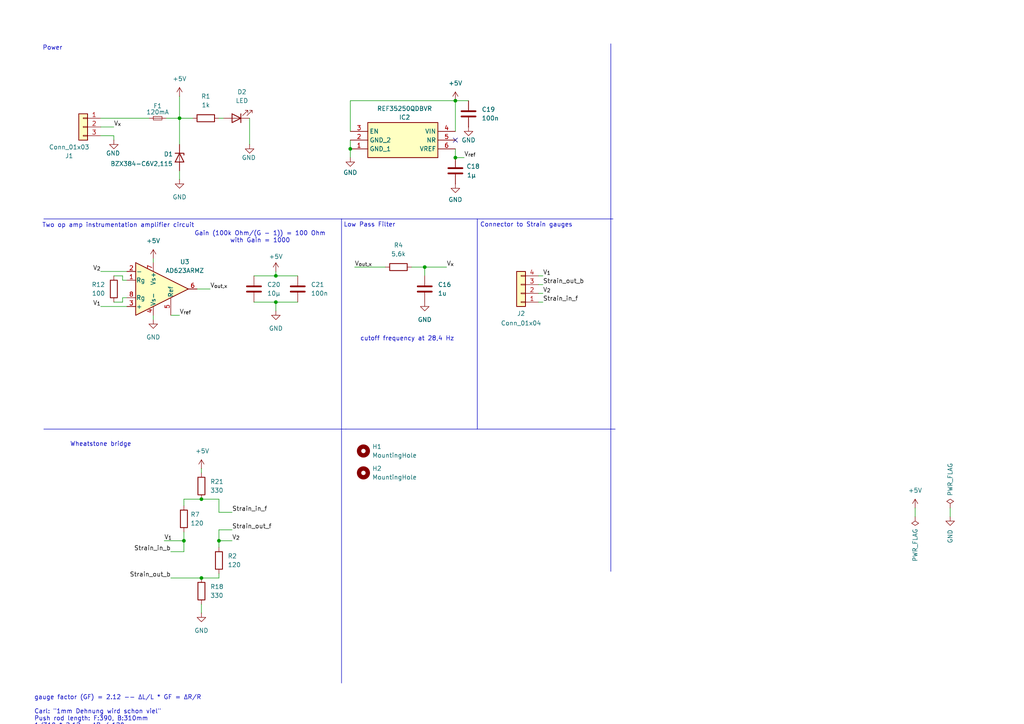
<source format=kicad_sch>
(kicad_sch (version 20231120) (generator "eeschema") (generator_version "8.0")
  (paper "A4")
  (lib_symbols
    (symbol "Amplifier_Instrumentation:AD623ARMZ" (pin_names (offset 0.127))
      (property "Reference" "U" (at 3.556 7.366 0))
      (property "Value" "AD623ARMZ" (at 7.112 5.334 0))
      (symbol "AD623ARMZ_0_1"
        (polyline (pts (xy -5.08 7.62) (xy -5.08 -7.62) (xy 10.16 0) (xy -5.08 7.62)) (stroke (width 0.254)) (fill (type background)))
      )
      (symbol "AD623ARMZ_1_1"
        (pin passive line (at -7.62 2.54 0) (length 2.54) (name "Rg") (number "1"))
        (pin input line (at -7.62 5.08 0) (length 2.54) (name "-") (number "2"))
        (pin input line (at -7.62 -5.08 0) (length 2.54) (name "+") (number "3"))
        (pin power_in line (at 0 -7.62 90) (length 2.54) (name "Vs-") (number "4"))
        (pin passive line (at 5.08 -7.62 90) (length 5.08) (name "Ref") (number "5"))
        (pin output line (at 12.7 0 180) (length 2.54) (name "~") (number "6"))
        (pin power_in line (at 0 7.62 270) (length 2.54) (name "Vs+") (number "7"))
        (pin passive line (at -7.62 -2.54 0) (length 2.54) (name "Rg") (number "8"))
      )
    )
    (symbol "Connector_Generic:Conn_01x03" (pin_names (offset 1.016) hide)
      (property "Reference" "J" (at 0 5.08 0))
      (property "Value" "Conn_01x03" (at 0 -5.08 0))
      (symbol "Conn_01x03_1_1"
        (rectangle (start -1.27 -2.413) (end 0 -2.667) (stroke (width 0.1524)))
        (rectangle (start -1.27 0.127) (end 0 -0.127) (stroke (width 0.1524)))
        (rectangle (start -1.27 2.667) (end 0 2.413) (stroke (width 0.1524)))
        (rectangle (start -1.27 3.81) (end 1.27 -3.81) (stroke (width 0.254)) (fill (type background)))
        (pin passive line (at -5.08 2.54 0) (length 3.81) (name "Pin_1") (number "1"))
        (pin passive line (at -5.08 0 0) (length 3.81) (name "Pin_2") (number "2"))
        (pin passive line (at -5.08 -2.54 0) (length 3.81) (name "Pin_3") (number "3"))
      )
    )
    (symbol "Connector_Generic:Conn_01x04" (pin_names (offset 1.016) hide)
      (property "Reference" "J" (at 0 5.08 0))
      (property "Value" "Conn_01x04" (at 0 -7.62 0))
      (symbol "Conn_01x04_1_1"
        (rectangle (start -1.27 -4.953) (end 0 -5.207) (stroke (width 0.1524)))
        (rectangle (start -1.27 -2.413) (end 0 -2.667) (stroke (width 0.1524)))
        (rectangle (start -1.27 0.127) (end 0 -0.127) (stroke (width 0.1524)))
        (rectangle (start -1.27 2.667) (end 0 2.413) (stroke (width 0.1524)))
        (rectangle (start -1.27 3.81) (end 1.27 -6.35) (stroke (width 0.254)) (fill (type background)))
        (pin passive line (at -5.08 2.54 0) (length 3.81) (name "Pin_1") (number "1"))
        (pin passive line (at -5.08 0 0) (length 3.81) (name "Pin_2") (number "2"))
        (pin passive line (at -5.08 -2.54 0) (length 3.81) (name "Pin_3") (number "3"))
        (pin passive line (at -5.08 -5.08 0) (length 3.81) (name "Pin_4") (number "4"))
      )
    )
    (symbol "Device:C" (pin_numbers hide) (pin_names (offset 0.254))
      (property "Reference" "C" (at 0.635 2.54 0))
      (property "Value" "C" (at 0.635 -2.54 0))
      (symbol "C_0_1"
        (polyline (pts (xy -2.032 -0.762) (xy 2.032 -0.762)) (stroke (width 0.508)))
        (polyline (pts (xy -2.032 0.762) (xy 2.032 0.762)) (stroke (width 0.508)))
      )
      (symbol "C_1_1"
        (pin passive line (at 0 3.81 270) (length 2.794) (name "~") (number "1"))
        (pin passive line (at 0 -3.81 90) (length 2.794) (name "~") (number "2"))
      )
    )
    (symbol "Device:D_Zener" (pin_numbers hide) (pin_names (offset 1.016) hide)
      (property "Reference" "D" (at 0 2.54 0))
      (property "Value" "D_Zener" (at 0 -2.54 0))
      (symbol "D_Zener_0_1"
        (polyline (pts (xy 1.27 0) (xy -1.27 0)))
        (polyline (pts (xy -1.27 -1.27) (xy -1.27 1.27) (xy -0.762 1.27)) (stroke (width 0.254)))
        (polyline (pts (xy 1.27 -1.27) (xy 1.27 1.27) (xy -1.27 0) (xy 1.27 -1.27)) (stroke (width 0.254)))
      )
      (symbol "D_Zener_1_1"
        (pin passive line (at -3.81 0 0) (length 2.54) (name "K") (number "1"))
        (pin passive line (at 3.81 0 180) (length 2.54) (name "A") (number "2"))
      )
    )
    (symbol "Device:Fuse_Small" (pin_numbers hide) (pin_names (offset 0.254) hide)
      (property "Reference" "F" (at 0 -1.524 0))
      (property "Value" "Fuse_Small" (at 0 1.524 0))
      (symbol "Fuse_Small_0_1"
        (rectangle (start -1.27 0.508) (end 1.27 -0.508))
        (polyline (pts (xy -1.27 0) (xy 1.27 0)))
      )
      (symbol "Fuse_Small_1_1"
        (pin passive line (at -2.54 0 0) (length 1.27) (name "~") (number "1"))
        (pin passive line (at 2.54 0 180) (length 1.27) (name "~") (number "2"))
      )
    )
    (symbol "Device:LED" (pin_numbers hide) (pin_names (offset 1.016) hide)
      (property "Reference" "D" (at 0 2.54 0))
      (property "Value" "LED" (at 0 -2.54 0))
      (symbol "LED_0_1"
        (polyline (pts (xy -1.27 -1.27) (xy -1.27 1.27)) (stroke (width 0.254)))
        (polyline (pts (xy -1.27 0) (xy 1.27 0)))
        (polyline (pts (xy 1.27 -1.27) (xy 1.27 1.27) (xy -1.27 0) (xy 1.27 -1.27)) (stroke (width 0.254)))
        (polyline (pts (xy -3.048 -0.762) (xy -4.572 -2.286) (xy -3.81 -2.286) (xy -4.572 -2.286) (xy -4.572 -1.524)))
        (polyline (pts (xy -1.778 -0.762) (xy -3.302 -2.286) (xy -2.54 -2.286) (xy -3.302 -2.286) (xy -3.302 -1.524)))
      )
      (symbol "LED_1_1"
        (pin passive line (at -3.81 0 0) (length 2.54) (name "K") (number "1"))
        (pin passive line (at 3.81 0 180) (length 2.54) (name "A") (number "2"))
      )
    )
    (symbol "Device:R" (pin_numbers hide) (pin_names (offset 0))
      (property "Reference" "R" (at 2.032 0 90))
      (property "Value" "R" (at 0 0 90))
      (symbol "R_0_1"
        (rectangle (start -1.016 -2.54) (end 1.016 2.54) (stroke (width 0.254)))
      )
      (symbol "R_1_1"
        (pin passive line (at 0 3.81 270) (length 1.27) (name "~") (number "1"))
        (pin passive line (at 0 -3.81 90) (length 1.27) (name "~") (number "2"))
      )
    )
    (symbol "GND_1" (power) (pin_numbers hide) (pin_names (offset 0) hide)
      (property "Value" "GND" (at 0 -3.81 0))
      (symbol "GND_1_0_1"
        (polyline (pts (xy 0 0) (xy 0 -1.27) (xy 1.27 -1.27) (xy 0 -2.54) (xy -1.27 -1.27) (xy 0 -1.27)))
      )
      (symbol "GND_1_1_1"
        (pin power_in line (at 0 0 270) (length 0) (name "~") (number "1"))
      )
    )
    (symbol "Mechanical:MountingHole" (pin_names (offset 1.016)) (exclude_from_sim yes) (in_bom no)
      (property "Reference" "H" (at 0 5.08 0))
      (property "Value" "MountingHole" (at 0 3.175 0))
      (symbol "MountingHole_0_1"
        (circle (center 0 0) (radius 1.27) (stroke (width 1.27)))
      )
    )
    (symbol "REF35160QDBVR:REF35160QDBVR"
      (property "Reference" "IC" (at 26.67 7.62 0))
      (property "Value" "REF35160QDBVR" (at 26.67 5.08 0))
      (symbol "REF35160QDBVR_1_1"
        (rectangle (start 5.08 2.54) (end 25.4 -7.62) (stroke (width 0.254)) (fill (type background)))
        (pin passive line (at 0 0 0) (length 5.08) (name "GND_1") (number "1"))
        (pin passive line (at 0 -2.54 0) (length 5.08) (name "GND_2") (number "2"))
        (pin passive line (at 0 -5.08 0) (length 5.08) (name "EN") (number "3"))
        (pin passive line (at 30.48 -5.08 180) (length 5.08) (name "VIN") (number "4"))
        (pin passive line (at 30.48 -2.54 180) (length 5.08) (name "NR") (number "5"))
        (pin passive line (at 30.48 0 180) (length 5.08) (name "VREF") (number "6"))
      )
    )
    (symbol "power:+3V3" (power) (pin_numbers hide) (pin_names (offset 0) hide)
      (property "Value" "+3V3" (at 0 3.556 0))
      (symbol "+3V3_0_1"
        (polyline (pts (xy -0.762 1.27) (xy 0 2.54)))
        (polyline (pts (xy 0 0) (xy 0 2.54)))
        (polyline (pts (xy 0 2.54) (xy 0.762 1.27)))
      )
      (symbol "+3V3_1_1"
        (pin power_in line (at 0 0 90) (length 0) (name "~") (number "1"))
      )
    )
    (symbol "power:GND" (power) (pin_numbers hide) (pin_names (offset 0) hide)
      (property "Value" "GND" (at 0 -3.81 0))
      (symbol "GND_0_1"
        (polyline (pts (xy 0 0) (xy 0 -1.27) (xy 1.27 -1.27) (xy 0 -2.54) (xy -1.27 -1.27) (xy 0 -1.27)))
      )
      (symbol "GND_1_1"
        (pin power_in line (at 0 0 270) (length 0) (name "~") (number "1"))
      )
    )
    (symbol "power:PWR_FLAG" (power) (pin_numbers hide) (pin_names (offset 0) hide)
      (property "Value" "PWR_FLAG" (at 0 3.81 0))
      (symbol "PWR_FLAG_0_0"
        (pin power_out line (at 0 0 90) (length 0) (name "~") (number "1"))
      )
      (symbol "PWR_FLAG_0_1"
        (polyline (pts (xy 0 0) (xy 0 1.27) (xy -1.016 1.905) (xy 0 2.54) (xy 1.016 1.905) (xy 0 1.27)))
      )
    )
  )
  (junction (at 101.6 43.18))
  (junction (at 123.19 77.47))
  (junction (at 58.42 167.64))
  (junction (at 80.01 80.01))
  (junction (at 58.42 144.78))
  (junction (at 53.34 156.845))
  (junction (at 132.08 45.72))
  (junction (at 52.07 34.29))
  (junction (at 80.01 87.63))
  (junction (at 132.08 29.21))
  (junction (at 63.5 156.845))
  (no_connect (at 132.08 40.64))
  (wire (pts (xy 52.07 91.44) (xy 49.53 91.44)))
  (wire (pts (xy 80.01 87.63) (xy 80.01 90.17)))
  (wire (pts (xy 29.21 88.9) (xy 36.83 88.9)))
  (polyline (pts (xy 12.7 63.5) (xy 99.06 63.5)))
  (wire (pts (xy 73.66 80.01) (xy 80.01 80.01)))
  (wire (pts (xy 44.45 74.93) (xy 44.45 76.2)))
  (wire (pts (xy 132.08 45.72) (xy 132.08 43.18)))
  (wire (pts (xy 67.31 148.59) (xy 63.5 148.59)))
  (wire (pts (xy 156.21 87.63) (xy 157.48 87.63)))
  (polyline (pts (xy 99.06 63.5) (xy 99.06 198.12)))
  (wire (pts (xy 58.42 177.8) (xy 58.42 175.26)))
  (wire (pts (xy 55.88 34.29) (xy 52.07 34.29)))
  (polyline (pts (xy 100.33 124.46) (xy 178.435 124.46)))
  (polyline (pts (xy 12.7 124.46) (xy 100.33 124.46)))
  (polyline (pts (xy 138.43 63.5) (xy 138.43 124.46)))
  (wire (pts (xy 132.08 29.21) (xy 132.08 38.1)))
  (wire (pts (xy 101.6 43.18) (xy 101.6 45.72)))
  (polyline (pts (xy 177.165 63.5) (xy 177.165 165.735)))
  (wire (pts (xy 63.5 34.29) (xy 64.77 34.29)))
  (wire (pts (xy 132.08 29.21) (xy 101.6 29.21)))
  (wire (pts (xy 275.59 147.32) (xy 275.59 149.86)))
  (wire (pts (xy 67.31 153.67) (xy 63.5 153.67)))
  (wire (pts (xy 53.34 146.685) (xy 53.34 144.78)))
  (wire (pts (xy 63.5 144.78) (xy 63.5 148.59)))
  (wire (pts (xy 63.5 166.37) (xy 63.5 167.64)))
  (wire (pts (xy 52.07 34.29) (xy 52.07 27.94)))
  (wire (pts (xy 73.66 87.63) (xy 80.01 87.63)))
  (wire (pts (xy 58.42 135.89) (xy 58.42 137.16)))
  (wire (pts (xy 123.19 77.47) (xy 123.19 80.01)))
  (polyline (pts (xy 177.165 12.7) (xy 177.165 63.5)))
  (wire (pts (xy 52.07 34.29) (xy 52.07 41.91)))
  (wire (pts (xy 101.6 29.21) (xy 101.6 38.1)))
  (wire (pts (xy 72.39 34.29) (xy 72.39 41.91)))
  (wire (pts (xy 35.56 86.36) (xy 35.56 87.63)))
  (wire (pts (xy 80.01 78.74) (xy 80.01 80.01)))
  (wire (pts (xy 63.5 156.845) (xy 67.31 156.845)))
  (wire (pts (xy 63.5 167.64) (xy 58.42 167.64)))
  (wire (pts (xy 156.21 82.55) (xy 157.48 82.55)))
  (wire (pts (xy 53.34 144.78) (xy 58.42 144.78)))
  (wire (pts (xy 101.6 40.64) (xy 101.6 43.18)))
  (wire (pts (xy 157.48 80.01) (xy 156.21 80.01)))
  (wire (pts (xy 63.5 156.845) (xy 63.5 158.75)))
  (wire (pts (xy 49.53 167.64) (xy 58.42 167.64)))
  (wire (pts (xy 52.07 52.07) (xy 52.07 49.53)))
  (wire (pts (xy 132.08 29.21) (xy 135.89 29.21)))
  (wire (pts (xy 134.62 45.72) (xy 132.08 45.72)))
  (wire (pts (xy 48.26 34.29) (xy 52.07 34.29)))
  (polyline (pts (xy 99.06 63.5) (xy 177.8 63.5)))
  (wire (pts (xy 53.34 160.02) (xy 53.34 156.845)))
  (wire (pts (xy 33.02 39.37) (xy 29.21 39.37)))
  (wire (pts (xy 29.21 36.83) (xy 33.02 36.83)))
  (wire (pts (xy 53.34 156.845) (xy 53.34 154.305)))
  (wire (pts (xy 44.45 92.71) (xy 44.45 91.44)))
  (wire (pts (xy 102.87 77.47) (xy 111.76 77.47)))
  (wire (pts (xy 33.02 80.01) (xy 35.56 80.01)))
  (wire (pts (xy 157.48 85.09) (xy 156.21 85.09)))
  (wire (pts (xy 53.34 160.02) (xy 49.53 160.02)))
  (wire (pts (xy 119.38 77.47) (xy 123.19 77.47)))
  (wire (pts (xy 33.02 40.64) (xy 33.02 39.37)))
  (wire (pts (xy 35.56 81.28) (xy 35.56 80.01)))
  (wire (pts (xy 36.83 81.28) (xy 35.56 81.28)))
  (wire (pts (xy 80.01 80.01) (xy 86.36 80.01)))
  (wire (pts (xy 80.01 87.63) (xy 86.36 87.63)))
  (wire (pts (xy 58.42 144.78) (xy 63.5 144.78)))
  (wire (pts (xy 29.21 34.29) (xy 43.18 34.29)))
  (wire (pts (xy 123.19 77.47) (xy 129.54 77.47)))
  (wire (pts (xy 47.625 156.845) (xy 53.34 156.845)))
  (wire (pts (xy 29.21 78.74) (xy 36.83 78.74)))
  (wire (pts (xy 63.5 153.67) (xy 63.5 156.845)))
  (wire (pts (xy 265.43 147.32) (xy 265.43 149.86)))
  (wire (pts (xy 35.56 87.63) (xy 33.02 87.63)))
  (wire (pts (xy 36.83 86.36) (xy 35.56 86.36)))
  (wire (pts (xy 60.96 83.82) (xy 57.15 83.82)))
  (text "Connector to Strain gauges\n" (at 152.654 65.278 0) (effects (font (size 1.27 1.27))))
  (text "Power" (at 15.24 13.97 0) (effects (font (size 1.27 1.27))))
  (text "gauge factor (GF) = 2.12 -- ΔL/L * GF = ΔR/R\n\nCarl: \"1mm Dehnung wird schon viel\"\nPush rod length: F:390, B:310mm\n1/310 * 2.12 = ΔR / 120\nΔR= 0.820 Ohm\nwe take simply 1 Ohm for ease of calculation\n\n3.3V /(3.3V*120/240 − 3.3V*120/241)= 482\nGain used: 500" (at 9.906 211.582 0) (effects (font (size 1.27 1.27)) (justify left)))
  (text "Low Pass Filter" (at 107.188 65.278 0) (effects (font (size 1.27 1.27))))
  (text "cutoff frequency at 28,4 Hz" (at 118.11 98.298 0) (effects (font (size 1.27 1.27))))
  (text "Wheatstone bridge\n" (at 29.21 128.905 0) (effects (font (size 1.27 1.27))))
  (text "Gain (100k Ohm/(G − 1)) = 100 Ohm\nwith Gain = 1000\n\n" (at 75.438 69.85 0) (effects (font (size 1.27 1.27))))
  (text "Two op amp instrumentation amplifier circuit\n" (at 34.29 65.405 0) (effects (font (size 1.27 1.27))))
  (text "<- these are crap\nthe voltage output with the new circuit between V2,V1 is -2.115mV\n\na gain with 1001 could be used -> 100 Ohm resistor for AD623\n\nV_{1}-V_{2} = 6996/1625 * ΔL/L = 4.305231 * ΔL/L\n\nwith X shaped circuit\nV_{1}-V_{2} = 13.2/( 15.12 * L/ΔL +1 )" (at 57.785 227.33 0) (effects (font (size 1.27 1.27)) (justify left)))
  (label "V_{2}" (at 157.48 85.09 0))
  (label "V_{out,x}" (at 60.96 83.82 0))
  (label "V_{1}" (at 47.625 156.845 0))
  (label "V_{ref}" (at 52.07 91.44 0))
  (label "Strain_out_f" (at 67.31 153.67 0))
  (label "V_{ref}" (at 134.62 45.72 0))
  (label "V_{1}" (at 157.48 80.01 0))
  (label "V_{x}" (at 129.54 77.47 0))
  (label "Strain_in_f" (at 157.48 87.63 0))
  (label "Strain_in_b" (at 49.53 160.02 180))
  (label "V_{out,x}" (at 102.87 77.47 0))
  (label "Strain_in_f" (at 67.31 148.59 0))
  (label "Strain_out_b" (at 157.48 82.55 0))
  (label "V_{2}" (at 67.31 156.845 0))
  (label "V_{1}" (at 29.21 88.9 180))
  (label "V_{2}" (at 29.21 78.74 180))
  (label "V_{x}" (at 33.02 36.83 0))
  (label "Strain_out_b" (at 49.53 167.64 180))
  (symbol (lib_id "power:GND") (at 132.08 53.34 0) (unit 1)
    (property "Reference" "#PWR02" (effects (hide yes)))
    (property "Value" "GND" (at 132.08 57.912 0))
    (property "Description" "Power symbol creates a global label with name \"GND\" , ground" (effects (hide yes)))
  )
  (symbol (lib_id "Device:C") (at 132.08 49.53 0) (mirror y) (unit 1)
    (property "Reference" "C18" (at 139.192 48.26 0) (effects (justify left)))
    (property "Value" "1µ" (at 138.176 50.8 0) (effects (justify left)))
    (property "Footprint" "Capacitor_SMD:C_0603_1608Metric" (effects (hide yes)))
    (property "Description" "Unpolarized capacitor" (effects (hide yes)))
  )
  (symbol (lib_id "Device:Fuse_Small") (at 45.72 34.29 0) (unit 1)
    (property "Reference" "F1" (at 45.72 30.734 0))
    (property "Value" "120mA" (at 45.72 32.512 0))
    (property "Footprint" "Fuse:Fuse_0603_1608Metric" (effects (hide yes)))
    (property "Description" "Fuse, small symbol" (effects (hide yes)))
  )
  (symbol (lib_id "Device:R") (at 53.34 150.495 0) (unit 1)
    (property "Reference" "R7" (at 55.245 149.2249 0) (effects (justify left)))
    (property "Value" "120" (at 55.245 151.7649 0) (effects (justify left)))
    (property "Footprint" "Resistor_SMD:R_0603_1608Metric" (effects (hide yes)))
    (property "Description" "Resistor" (effects (hide yes)))
  )
  (symbol (lib_id "Device:C") (at 73.66 83.82 0) (unit 1)
    (property "Reference" "C20" (at 77.47 82.5499 0) (effects (justify left)))
    (property "Value" "10µ" (at 77.47 85.0899 0) (effects (justify left)))
    (property "Footprint" "Capacitor_SMD:C_0805_2012Metric" (effects (hide yes)))
    (property "Description" "Unpolarized capacitor" (effects (hide yes)))
  )
  (symbol (lib_id "REF35160QDBVR:REF35160QDBVR") (at 101.6 43.18 0) (mirror x) (unit 1)
    (property "Reference" "IC2" (at 117.348 34.036 0))
    (property "Value" "REF35250QDBVR" (at 117.348 31.496 0))
    (property "Footprint" "SLS:SOT95P280X145-6N" (effects (hide yes)))
    (property "Datasheet" "https://www.ti.com/lit/ds/symlink/ref35.pdf?ts=1675771464754&ref_url=https%253A%252F%252Fwww.ti.com%252Fproduct%252FREF35%252Fpart-details%252FREF35125QDBVR%253FkeyMatch%253DREF35125QDBVR%2526tisearch%253Dsearch-everything%2526usecase%253DOPN" (effects (hide yes)))
    (property "Description" "Voltage References 650-nA quiescent current, 12-ppm/C drift, ultra-low-power precision voltage reference" (effects (hide yes)))
    (property "Height" "1.45" (effects (hide yes)))
    (property "Mouser Part Number" "595-REF35160QDBVR" (effects (hide yes)))
    (property "Mouser Price/Stock" "https://www.mouser.co.uk/ProductDetail/Texas-Instruments/REF35160QDBVR?qs=rQFj71Wb1eVJh8regkgQhg%3D%3D" (effects (hide yes)))
    (property "Manufacturer_Name" "Texas Instruments" (effects (hide yes)))
    (property "Manufacturer_Part_Number" "REF35160QDBVR" (effects (hide yes)))
  )
  (symbol (lib_id "power:GND") (at 72.39 41.91 0) (unit 1)
    (property "Reference" "#PWR01" (effects (hide yes)))
    (property "Value" "GND" (at 70.104 45.72 0) (effects (justify left)))
    (property "Description" "Power symbol creates a global label with name \"GND\" , ground" (effects (hide yes)))
  )
  (symbol (lib_id "Mechanical:MountingHole") (at 105.41 137.16 0) (unit 1) (exclude_from_sim yes) (in_bom no)
    (property "Reference" "H2" (at 107.95 135.8899 0) (effects (justify left)))
    (property "Value" "MountingHole" (at 107.95 138.4299 0) (effects (justify left)))
    (property "Footprint" "MountingHole:MountingHole_3.2mm_M3_DIN965" (effects (hide yes)))
    (property "Description" "Mounting Hole without connection" (effects (hide yes)))
  )
  (symbol (lib_id "Device:R") (at 59.69 34.29 90) (unit 1)
    (property "Reference" "R1" (at 59.69 27.94 90))
    (property "Value" "1k" (at 59.69 30.48 90))
    (property "Footprint" "Resistor_SMD:R_0603_1608Metric" (effects (hide yes)))
    (property "Description" "Resistor" (effects (hide yes)))
  )
  (symbol (lib_id "power:GND") (at 275.59 149.86 0) (unit 1)
    (property "Reference" "#PWR015" (effects (hide yes)))
    (property "Value" "GND" (at 275.59 155.575 90))
    (property "Description" "Power symbol creates a global label with name \"GND\" , ground" (effects (hide yes)))
  )
  (symbol (lib_id "Amplifier_Instrumentation:AD623ARMZ") (at 44.45 83.82 0) (unit 1)
    (property "Reference" "U3" (at 53.594 75.946 0))
    (property "Value" "AD623ARMZ" (at 53.594 78.486 0))
    (property "Footprint" "Package_SO:MSOP-8_3x3mm_P0.65mm" (effects (hide yes)))
    (property "Datasheet" "https://www.analog.com/media/en/technical-documentation/data-sheets/AD623.pdf" (effects (hide yes)))
    (property "Description" "Single Supply, Rail to Rail, Instumentation Amplifier, RoHS, MSOP-8" (effects (hide yes)))
  )
  (symbol (lib_id "Mechanical:MountingHole") (at 105.41 130.81 0) (unit 1) (exclude_from_sim yes) (in_bom no)
    (property "Reference" "H1" (at 107.95 129.5399 0) (effects (justify left)))
    (property "Value" "MountingHole" (at 107.95 132.0799 0) (effects (justify left)))
    (property "Footprint" "MountingHole:MountingHole_3.2mm_M3_DIN965" (effects (hide yes)))
    (property "Description" "Mounting Hole without connection" (effects (hide yes)))
  )
  (symbol (lib_id "power:+3V3") (at 44.45 74.93 0) (unit 1)
    (property "Reference" "#PWR043" (effects (hide yes)))
    (property "Value" "+5V" (at 44.45 69.85 0))
    (property "Description" "Power symbol creates a global label with name \"+5V\"" (effects (hide yes)))
  )
  (symbol (lib_id "Device:R") (at 58.42 171.45 0) (unit 1)
    (property "Reference" "R18" (at 60.96 170.1799 0) (effects (justify left)))
    (property "Value" "330" (at 60.96 172.7199 0) (effects (justify left)))
    (property "Footprint" "Resistor_SMD:R_0603_1608Metric" (effects (hide yes)))
    (property "Description" "Resistor" (effects (hide yes)))
  )
  (symbol (lib_id "Device:R") (at 115.57 77.47 90) (unit 1)
    (property "Reference" "R4" (at 115.57 71.12 90))
    (property "Value" "5,6k" (at 115.57 73.66 90))
    (property "Footprint" "Resistor_SMD:R_0603_1608Metric" (effects (hide yes)))
    (property "Description" "Resistor" (effects (hide yes)))
  )
  (symbol (lib_id "Device:D_Zener") (at 52.07 45.72 270) (unit 1)
    (property "Reference" "D1" (at 47.498 44.704 90) (effects (justify left)))
    (property "Value" "BZX384-C6V2,115" (at 32.004 47.498 90) (effects (justify left)))
    (property "Footprint" "Diode_SMD:D_SOD-323" (effects (hide yes)))
    (property "Datasheet" "https://assets.nexperia.com/documents/data-sheet/BZX384_SER.pdf" (effects (hide yes)))
    (property "Description" "Zener diode" (effects (hide yes)))
  )
  (symbol (lib_id "Device:C") (at 86.36 83.82 0) (unit 1)
    (property "Reference" "C21" (at 90.17 82.5499 0) (effects (justify left)))
    (property "Value" "100n" (at 90.17 85.0899 0) (effects (justify left)))
    (property "Footprint" "Capacitor_SMD:C_0603_1608Metric" (effects (hide yes)))
    (property "Description" "Unpolarized capacitor" (effects (hide yes)))
  )
  (symbol (lib_name "GND_1") (lib_id "power:GND") (at 52.07 52.07 0) (unit 1)
    (property "Reference" "#PWR03" (effects (hide yes)))
    (property "Value" "GND" (at 52.07 57.15 0))
    (property "Description" "Power symbol creates a global label with name \"GND\" , ground" (effects (hide yes)))
  )
  (symbol (lib_id "power:PWR_FLAG") (at 265.43 149.86 180) (unit 1)
    (property "Reference" "#FLG03" (effects (hide yes)))
    (property "Value" "PWR_FLAG" (at 265.43 158.115 90))
    (property "Description" "Special symbol for telling ERC where power comes from" (effects (hide yes)))
  )
  (symbol (lib_id "Device:C") (at 135.89 33.02 0) (unit 1)
    (property "Reference" "C19" (at 139.7 31.7499 0) (effects (justify left)))
    (property "Value" "100n" (at 139.7 34.2899 0) (effects (justify left)))
    (property "Footprint" "Capacitor_SMD:C_0603_1608Metric" (effects (hide yes)))
    (property "Description" "Unpolarized capacitor" (effects (hide yes)))
  )
  (symbol (lib_id "power:GND") (at 80.01 90.17 0) (unit 1)
    (property "Reference" "#PWR044" (effects (hide yes)))
    (property "Value" "GND" (at 80.01 95.25 0))
    (property "Description" "Power symbol creates a global label with name \"GND\" , ground" (effects (hide yes)))
  )
  (symbol (lib_id "Device:C") (at 123.19 83.82 0) (unit 1)
    (property "Reference" "C16" (at 127 82.5499 0) (effects (justify left)))
    (property "Value" "1u" (at 127 85.0899 0) (effects (justify left)))
    (property "Footprint" "Capacitor_SMD:C_0603_1608Metric" (effects (hide yes)))
    (property "Description" "Unpolarized capacitor" (effects (hide yes)))
  )
  (symbol (lib_id "power:+3V3") (at 52.07 27.94 0) (unit 1)
    (property "Reference" "#PWR034" (effects (hide yes)))
    (property "Value" "+5V" (at 52.07 22.86 0))
    (property "Description" "Power symbol creates a global label with name \"+3V3\"" (effects (hide yes)))
  )
  (symbol (lib_id "power:GND") (at 33.02 40.64 0) (unit 1)
    (property "Reference" "#PWR033" (effects (hide yes)))
    (property "Value" "GND" (at 30.734 44.45 0) (effects (justify left)))
    (property "Description" "Power symbol creates a global label with name \"GND\" , ground" (effects (hide yes)))
  )
  (symbol (lib_id "power:GND") (at 101.6 45.72 0) (unit 1)
    (property "Reference" "#PWR036" (effects (hide yes)))
    (property "Value" "GND" (at 101.6 50.038 0))
    (property "Description" "Power symbol creates a global label with name \"GND\" , ground" (effects (hide yes)))
  )
  (symbol (lib_id "power:+3V3") (at 58.42 135.89 0) (unit 1)
    (property "Reference" "#PWR09" (effects (hide yes)))
    (property "Value" "+5V" (at 58.674 130.81 0))
    (property "Description" "Power symbol creates a global label with name \"+5V\"" (effects (hide yes)))
  )
  (symbol (lib_id "power:GND") (at 135.89 36.83 0) (unit 1)
    (property "Reference" "#PWR037" (effects (hide yes)))
    (property "Value" "GND" (at 135.89 40.64 0))
    (property "Description" "Power symbol creates a global label with name \"GND\" , ground" (effects (hide yes)))
  )
  (symbol (lib_id "power:GND") (at 44.45 92.71 0) (unit 1)
    (property "Reference" "#PWR045" (effects (hide yes)))
    (property "Value" "GND" (at 44.45 97.79 0))
    (property "Description" "Power symbol creates a global label with name \"GND\" , ground" (effects (hide yes)))
  )
  (symbol (lib_id "Device:LED") (at 68.58 34.29 180) (unit 1)
    (property "Reference" "D2" (at 70.1675 26.67 0))
    (property "Value" "LED" (at 70.1675 29.21 0))
    (property "Footprint" "LED_SMD:LED_0603_1608Metric" (effects (hide yes)))
    (property "Description" "Light emitting diode" (effects (hide yes)))
  )
  (symbol (lib_id "power:GND") (at 123.19 87.63 0) (unit 1)
    (property "Reference" "#PWR029" (effects (hide yes)))
    (property "Value" "GND" (at 123.19 92.71 0))
    (property "Description" "Power symbol creates a global label with name \"GND\" , ground" (effects (hide yes)))
  )
  (symbol (lib_id "Connector_Generic:Conn_01x03") (at 24.13 36.83 0) (mirror y) (unit 1)
    (property "Reference" "J1" (at 20.066 45.212 0))
    (property "Value" "Conn_01x03" (at 20.066 42.672 0))
    (property "Footprint" "FaSTTUBe_connectors:M8_718_4pin_horizontal" (effects (hide yes)))
    (property "Description" "Generic connector, single row, 01x03, script generated (kicad-library-utils/schlib/autogen/connector/)" (effects (hide yes)))
  )
  (symbol (lib_id "power:+3V3") (at 80.01 78.74 0) (unit 1)
    (property "Reference" "#PWR038" (effects (hide yes)))
    (property "Value" "+5V" (at 80.01 74.422 0))
    (property "Description" "Power symbol creates a global label with name \"+3V3\"" (effects (hide yes)))
  )
  (symbol (lib_id "Device:R") (at 58.42 140.97 0) (unit 1)
    (property "Reference" "R21" (at 60.96 139.6999 0) (effects (justify left)))
    (property "Value" "330" (at 60.96 142.2399 0) (effects (justify left)))
    (property "Footprint" "Resistor_SMD:R_0603_1608Metric" (effects (hide yes)))
    (property "Description" "Resistor" (effects (hide yes)))
  )
  (symbol (lib_id "power:+3V3") (at 132.08 29.21 0) (unit 1)
    (property "Reference" "#PWR035" (effects (hide yes)))
    (property "Value" "+5V" (at 132.08 24.13 0))
    (property "Description" "Power symbol creates a global label with name \"+5V\"" (effects (hide yes)))
  )
  (symbol (lib_id "Connector_Generic:Conn_01x04") (at 151.13 85.09 180) (unit 1)
    (property "Reference" "J2" (at 151.13 90.932 0))
    (property "Value" "Conn_01x04" (at 151.13 93.726 0))
    (property "Footprint" "footprints:CON_5040500491" (effects (hide yes)))
    (property "Description" "Generic connector, single row, 01x04, script generated (kicad-library-utils/schlib/autogen/connector/)" (effects (hide yes)))
  )
  (symbol (lib_id "power:GND") (at 58.42 177.8 0) (unit 1)
    (property "Reference" "#PWR011" (effects (hide yes)))
    (property "Value" "GND" (at 58.42 182.88 0))
    (property "Description" "Power symbol creates a global label with name \"GND\" , ground" (effects (hide yes)))
  )
  (symbol (lib_id "power:PWR_FLAG") (at 275.59 147.32 0) (unit 1)
    (property "Reference" "#FLG01" (effects (hide yes)))
    (property "Value" "PWR_FLAG" (at 275.59 139.065 90))
    (property "Description" "Special symbol for telling ERC where power comes from" (effects (hide yes)))
  )
  (symbol (lib_id "power:+3V3") (at 265.43 147.32 0) (unit 1)
    (property "Reference" "#PWR05" (effects (hide yes)))
    (property "Value" "+5V" (at 265.43 142.24 0))
    (property "Description" "Power symbol creates a global label with name \"+3V3\"" (effects (hide yes)))
  )
  (symbol (lib_id "Device:R") (at 63.5 162.56 0) (unit 1)
    (property "Reference" "R2" (at 66.04 161.2899 0) (effects (justify left)))
    (property "Value" "120" (at 66.04 163.8299 0) (effects (justify left)))
    (property "Footprint" "Resistor_SMD:R_0603_1608Metric" (effects (hide yes)))
    (property "Description" "Resistor" (effects (hide yes)))
  )
  (symbol (lib_id "Device:R") (at 33.02 83.82 0) (mirror y) (unit 1)
    (property "Reference" "R12" (at 30.48 82.5499 0) (effects (justify left)))
    (property "Value" "100" (at 30.48 85.0899 0) (effects (justify left)))
    (property "Footprint" "Resistor_SMD:R_0603_1608Metric" (effects (hide yes)))
    (property "Description" "Resistor" (effects (hide yes)))
  )
)
</source>
